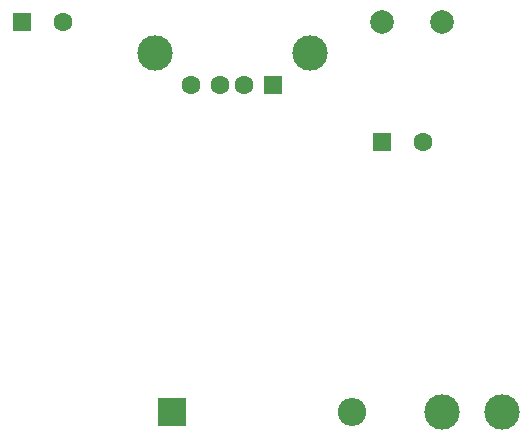
<source format=gbr>
%TF.GenerationSoftware,KiCad,Pcbnew,(6.0.4-0)*%
%TF.CreationDate,2022-04-27T17:17:30-07:00*%
%TF.ProjectId,DC_To_DC_Converter,44435f54-6f5f-4444-935f-436f6e766572,rev?*%
%TF.SameCoordinates,Original*%
%TF.FileFunction,Soldermask,Bot*%
%TF.FilePolarity,Negative*%
%FSLAX46Y46*%
G04 Gerber Fmt 4.6, Leading zero omitted, Abs format (unit mm)*
G04 Created by KiCad (PCBNEW (6.0.4-0)) date 2022-04-27 17:17:30*
%MOMM*%
%LPD*%
G01*
G04 APERTURE LIST*
%ADD10R,1.600000X1.600000*%
%ADD11C,1.600000*%
%ADD12C,2.000000*%
%ADD13C,3.000000*%
%ADD14R,2.400000X2.400000*%
%ADD15O,2.400000X2.400000*%
%ADD16R,1.600000X1.500000*%
G04 APERTURE END LIST*
D10*
%TO.C,C1*%
X165100000Y-45720000D03*
D11*
X168600000Y-45720000D03*
%TD*%
D12*
%TO.C,FB1*%
X170180000Y-35560000D03*
X165100000Y-35560000D03*
%TD*%
D13*
%TO.C,J1*%
X175260000Y-68580000D03*
X170180000Y-68580000D03*
%TD*%
D14*
%TO.C,D1*%
X147320000Y-68580000D03*
D15*
X162560000Y-68580000D03*
%TD*%
D10*
%TO.C,C2*%
X134620000Y-35560000D03*
D11*
X138120000Y-35560000D03*
%TD*%
D16*
%TO.C,J2*%
X155900000Y-40920000D03*
D11*
X153400000Y-40920000D03*
X151400000Y-40920000D03*
X148900000Y-40920000D03*
D13*
X158970000Y-38210000D03*
X145830000Y-38210000D03*
%TD*%
M02*

</source>
